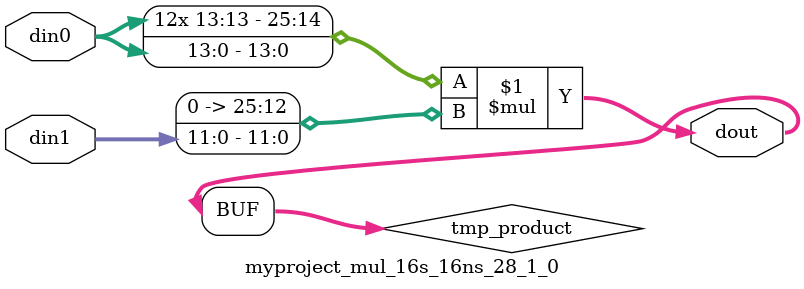
<source format=v>

`timescale 1 ns / 1 ps

  module myproject_mul_16s_16ns_28_1_0(din0, din1, dout);
parameter ID = 1;
parameter NUM_STAGE = 0;
parameter din0_WIDTH = 14;
parameter din1_WIDTH = 12;
parameter dout_WIDTH = 26;

input [din0_WIDTH - 1 : 0] din0; 
input [din1_WIDTH - 1 : 0] din1; 
output [dout_WIDTH - 1 : 0] dout;

wire signed [dout_WIDTH - 1 : 0] tmp_product;












assign tmp_product = $signed(din0) * $signed({1'b0, din1});









assign dout = tmp_product;







endmodule

</source>
